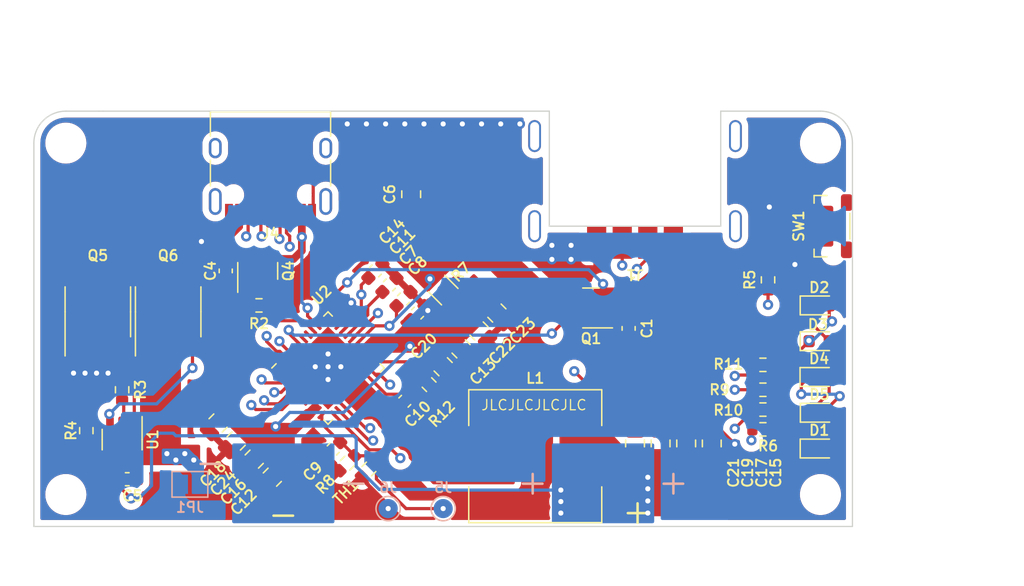
<source format=kicad_pcb>
(kicad_pcb (version 20211014) (generator pcbnew)
  (layers (0 "F.Cu" signal) (1 "In1.Cu" signal) (2 "In2.Cu" signal) (31 "B.Cu" signal) (34 "B.Paste" user) (35 "F.Paste" user) (36 "B.SilkS" user "B.Silkscreen") (37 "F.SilkS" user "F.Silkscreen") (38 "B.Mask" user) (39 "F.Mask" user) (44 "Edge.Cuts" user))
  (net 0 "")
  (net 1 "GND")
  (net 2 "/VBAT-")
  (net 3 "/VBAT")
  (net 4 "/VIN")
  (net 5 "/VBUS")
  (net 6 "/VMID")
  (net 7 "/NTC")
  (net 8 "/BST")
  (net 9 "Net-(C10-Pad2)")
  (net 10 "/VREG")
  (net 11 "Net-(D1-Pad2)")
  (net 12 "/L3")
  (net 13 "Net-(D2-Pad2)")
  (net 14 "Net-(D4-Pad2)")
  (net 15 "/USBA1_N")
  (net 16 "/USBA1_P")
  (net 17 "/CC1")
  (net 18 "/USBC_P")
  (net 19 "/USBC_N")
  (net 21 "/CC2")
  (net 24 "/VOUT1G")
  (net 25 "/VBUSG")
  (net 26 "/DFET")
  (net 27 "Net-(Q5-Pad5)")
  (net 28 "/CFET")
  (net 29 "Net-(R3-Pad2)")
  (net 30 "Net-(R4-Pad1)")
  (net 31 "/KEY")
  (net 32 "Net-(R5-Pad2)")
  (net 33 "/LIGHT")
  (net 34 "/L2")
  (net 35 "/L1")
  (net 36 "/RSET")
  (net 38 "/USBA2_P")
  (net 39 "/USBB_N")
  (net 40 "/USBB_P")
  (net 41 "/VING")
  (net 42 "/VOUT2")
  (net 43 "/VOUT2G")
  (net 44 "/VOUT1")
  (net 45 "/USBA2_N")
  (net 46 "/VSYS")
  (footprint "MountingHole:MountingHole_2.2mm_M2" (layer "F.Cu") (at 102.5 72.5)
    (fp_text reference "H3" hide)
    (fp_text value "MountingHole")
  )
  (footprint "Capacitor_SMD:C_0603_1608Metric" (layer "F.Cu") (at 123.4 96.45 -135)
    (fp_text reference "C9")
    (fp_text value "100nF")
  )
  (footprint "Capacitor_SMD:C_0603_1608Metric" (layer "F.Cu") (at 115 82.5 -90)
    (fp_text reference "C4")
    (fp_text value "10uF")
  )
  (footprint "Capacitor_SMD:C_0805_2012Metric" (layer "F.Cu") (at 115.814214 95.814214 -135)
    (fp_text reference "C24")
    (fp_text value "22uF")
  )
  (footprint "Resistor_SMD:R_1206_3216Metric" (layer "F.Cu") (at 132 84 -45)
    (fp_text reference "R7")
    (fp_text value "0.01")
  )
  (footprint "Package_SO:SOIC-8_3.9x4.9mm_P1.27mm" (layer "F.Cu") (at 105 85.7 90)
    (fp_text reference "Q5")
    (fp_text value "IRF7832")
  )
  (footprint "Resistor_SMD:R_0603_1608Metric" (layer "F.Cu") (at 106.9 91.8 -90)
    (fp_text reference "R3")
    (fp_text value "2k")
  )
  (footprint "MountingHole:MountingHole_2.2mm_M2" (layer "F.Cu") (at 161.5 72.5)
    (fp_text reference "H1" hide)
    (fp_text value "MountingHole")
  )
  (footprint "MountingHole:MountingHole_2.2mm_M2" (layer "F.Cu") (at 102.5 100)
    (fp_text reference "H4" hide)
    (fp_text value "MountingHole")
  )
  (footprint "Capacitor_SMD:C_0603_1608Metric" (layer "F.Cu") (at 127.8 83.6 45)
    (fp_text reference "C11")
    (fp_text value "2.2uF")
  )
  (footprint "Capacitor_SMD:C_0805_2012Metric" (layer "F.Cu") (at 132 90 -45)
    (fp_text reference "C20")
    (fp_text value "22uF")
  )
  (footprint "Resistor_SMD:R_0603_1608Metric" (layer "F.Cu") (at 124.5 97.55 -135)
    (fp_text reference "R8")
    (fp_text value "82k(1%)")
  )
  (footprint "Capacitor_SMD:C_0805_2012Metric" (layer "F.Cu") (at 118.642641 98.642641 -135)
    (fp_text reference "C12")
    (fp_text value "22uF")
  )
  (footprint "Package_TO_SOT_SMD:SOT-23" (layer "F.Cu") (at 143.5625 85.4 180)
    (fp_text reference "Q1")
    (fp_text value "RU207C")
  )
  (footprint "Resistor_SMD:R_0603_1608Metric" (layer "F.Cu") (at 126.2 98 -135)
    (fp_text reference "TH1")
    (fp_text value "100k@25C 4250K")
  )
  (footprint "LED_SMD:LED_0603_1608Metric" (layer "F.Cu") (at 161.4125 93.6)
    (fp_text reference "D5")
    (fp_text value "BLUE")
  )
  (footprint "LED_SMD:LED_0603_1608Metric" (layer "F.Cu") (at 161.4 96.4)
    (fp_text reference "D1")
    (fp_text value "GREEN")
  )
  (footprint "HUCONN-Connector_USB:USB_A_FEMALE_905-662A203S10200" (layer "F.Cu") (at 147 74.5 180)
    (fp_text reference "J1")
    (fp_text value "USB_A")
  )
  (footprint "Package_TO_SOT_SMD:SOT-23-6" (layer "F.Cu") (at 106.9 95.7 -90)
    (fp_text reference "U1")
    (fp_text value "S-8261ABJMD-G3JT2S")
  )
  (footprint "Package_TO_SOT_SMD:SOT-23" (layer "F.Cu") (at 117.5 82.5 90)
    (fp_text reference "Q4")
    (fp_text value "RU20P7C")
  )
  (footprint "Capacitor_SMD:C_0805_2012Metric" (layer "F.Cu") (at 153 96 90)
    (fp_text reference "C15")
    (fp_text value "22uF")
  )
  (footprint "Resistor_SMD:R_0603_1608Metric" (layer "F.Cu") (at 157.4 83.2 90)
    (fp_text reference "R5")
    (fp_text value "1k")
  )
  (footprint "LED_SMD:LED_0603_1608Metric" (layer "F.Cu") (at 161.387501 90.8)
    (fp_text reference "D4")
    (fp_text value "BLUE")
  )
  (footprint "Button_Switch_SMD:SW_Push_1P1T-MP_NO_Horizontal_Alps_SKRTLAE010" (layer "F.Cu") (at 162.5 79 90)
    (fp_text reference "SW1")
    (fp_text value "SW_Push")
  )
  (footprint "Capacitor_SMD:C_0603_1608Metric" (layer "F.Cu") (at 107.3 98.8)
    (fp_text reference "C5")
    (fp_text value "100nF")
  )
  (footprint "Capacitor_SMD:C_0805_2012Metric" (layer "F.Cu") (at 114.4 94.4 -135)
    (fp_text reference "C18")
    (fp_text value "22uF")
  )
  (footprint "Capacitor_SMD:C_0805_2012Metric" (layer "F.Cu") (at 129.5 76.5 90)
    (fp_text reference "C6")
    (fp_text value "22uF")
  )
  (footprint "Capacitor_SMD:C_0805_2012Metric" (layer "F.Cu") (at 134.8 87.2 -45)
    (fp_text reference "C22")
    (fp_text value "22uF")
  )
  (footprint "Resistor_SMD:R_0603_1608Metric" (layer "F.Cu") (at 157 93.35)
    (fp_text reference "R10")
    (fp_text value "100")
  )
  (footprint "Capacitor_SMD:C_0603_1608Metric" (layer "F.Cu") (at 130 85.8 45)
    (fp_text reference "C8")
    (fp_text value "100nF")
  )
  (footprint "Capacitor_SMD:C_0805_2012Metric" (layer "F.Cu") (at 136.2 85.8 -45)
    (fp_text reference "C23")
    (fp_text value "22uF")
  )
  (footprint "Resistor_SMD:R_0603_1608Metric" (layer "F.Cu") (at 104.1 95 -90)
    (fp_text reference "R4")
    (fp_text value "470")
  )
  (footprint "Capacitor_SMD:C_0603_1608Metric" (layer "F.Cu") (at 128.9 84.7 45)
    (fp_text reference "C7")
    (fp_text value "100nF")
  )
  (footprint "Resistor_SMD:R_0603_1608Metric" (layer "F.Cu") (at 157 94.9)
    (fp_text reference "R6")
    (fp_text value "100")
  )
  (footprint "LED_SMD:LED_0603_1608Metric" (layer "F.Cu") (at 161.4 85.2)
    (fp_text reference "D2")
    (fp_text value "BLUE")
  )
  (footprint "Resistor_SMD:R_0603_1608Metric" (layer "F.Cu") (at 130.9 91.4 -45)
    (fp_text reference "R12")
    (fp_text value "110k")
  )
  (footprint "Capacitor_SMD:C_0603_1608Metric" (layer "F.Cu") (at 146.5 87 -90)
    (fp_text reference "C1")
    (fp_text value "10uF")
  )
  (footprint "Capacitor_SMD:C_0805_2012Metric" (layer "F.Cu") (at 149 96 90)
    (fp_text reference "C19")
    (fp_text value "22uF")
  )
  (footprint "Package_SO:SOIC-8_3.9x4.9mm_P1.27mm" (layer "F.Cu") (at 110.5 85.7 90)
    (fp_text reference "Q6")
    (fp_text value "IRF7832")
  )
  (footprint "LED_SMD:LED_0603_1608Metric" (layer "F.Cu") (at 161.4 88)
    (fp_text reference "D3")
    (fp_text value "BLUE")
  )
  (footprint "Resistor_SMD:R_0603_1608Metric" (layer "F.Cu") (at 157 91.8)
    (fp_text reference "R9")
    (fp_text value "100")
  )
  (footprint "Capacitor_SMD:C_0805_2012Metric" (layer "F.Cu") (at 151 96 90)
    (fp_text reference "C17")
    (fp_text value "22uF")
  )
  (footprint "Resistor_SMD:R_0603_1608Metric" (layer "F.Cu") (at 157 89.85 180)
    (fp_text reference "R11")
    (fp_text value "NC")
  )
  (footprint "Resistor_SMD:R_0603_1608Metric" (layer "F.Cu") (at 117.6 85.2 180)
    (fp_text reference "R2")
    (fp_text value "10k")
  )
  (footprint "Capacitor_SMD:C_0805_2012Metric" (layer "F.Cu") (at 147 96 90)
    (fp_text reference "C21")
    (fp_text value "22uF")
  )
  (footprint "MountingHole:MountingHole_2.2mm_M2" (layer "F.Cu") (at 161.5 100)
    (fp_text reference "H2" hide)
    (fp_text value "MountingHole")
  )
  (footprint "Capacitor_SMD:C_0603_1608Metric" (layer "F.Cu") (at 126.7 82.5 45)
    (fp_text reference "C14")
    (fp_text value "2.2uF")
  )
  (footprint "Connector_USB:USB_C_Receptacle_HRO_TYPE-C-31-M-12" (layer "F.Cu") (at 118.5 73.94 180)
    (fp_text reference "J4")
    (fp_text value "USB_C_Receptacle_USB2.0")
  )
  (footprint "Package_DFN_QFN:QFN-40-1EP_6x6mm_P0.5mm_EP4.6x4.6mm" (layer "F.Cu") (at 123 90.1 45)
    (fp_text reference "U2")
    (fp_text value "IP5328P")
  )
  (footprint "Capacitor_SMD:C_0805_2012Metric" (layer "F.Cu") (at 133.4 88.6 -45)
    (fp_text reference "C13")
    (fp_text value "22uF")
  )
  (footprint "Capacitor_SMD:C_0603_1608Metric" (layer "F.Cu") (at 129 92.7 -135)
    (fp_text reference "C10")
    (fp_text value "100nF")
  )
  (footprint "Inductor_SMD:L_Wuerth_HCI-1050" (layer "F.Cu") (at 139.2 97)
    (fp_text reference "L1")
    (fp_text value "2.2uH")
  )
  (footprint "Capacitor_SMD:C_0805_2012Metric" (layer "F.Cu") (at 117.228427 97.228427 -135)
    (fp_text reference "C16")
    (fp_text value "22uF")
  )
  (footprint "Jumper:SolderJumper-2_P1.3mm_Open_Pad1.0x1.5mm" (layer "B.Cu") (at 112.2 99.2)
    (fp_text reference "JP1")
    (fp_text value "SolderJumper_2_Open")
  )
  (footprint "TestPoint:TestPoint_Pad_D1.5mm" (layer "B.Cu") (at 127.7 101.1 180)
    (fp_text reference "J6")
    (fp_text value "Pad")
  )
  (footprint "TestPoint:TestPoint_Pad_D1.5mm" (layer "B.Cu") (at 132 101.1 180)
    (fp_text reference "J5")
    (fp_text value "Pad")
  )
  (gr_line (start 100 102.5) (end 100 72.5) (layer "Edge.Cuts") (width 0.1))
  (gr_line (start 105.1 70) (end 105.4 70) (layer "Edge.Cuts") (width 0.1))
  (gr_line (start 164 102.5) (end 100 102.5) (layer "Edge.Cuts") (width 0.1))
  (gr_line (start 153.7 79) (end 153.7 70) (layer "Edge.Cuts") (width 0.1))
  (gr_line (start 105.4 70) (end 113.7 70) (layer "Edge.Cuts") (width 0.1))
  (gr_line (start 140.3 79) (end 153.7 79) (layer "Edge.Cuts") (width 0.1))
  (gr_line (start 153.7 70) (end 161.5 70) (layer "Edge.Cuts") (width 0.1))
  (gr_line (start 164 72.5) (end 164 102.5) (layer "Edge.Cuts") (width 0.1))
  (gr_line (start 105.1 70) (end 105.1 70) (layer "Edge.Cuts") (width 0.1))
  (gr_line (start 113.7 70) (end 140.3 70) (layer "Edge.Cuts") (width 0.1))
  (gr_arc (start 100 72.5) (mid 100.732233 70.732233) (end 102.5 70) (layer "Edge.Cuts") (width 0.1))
  (gr_line (start 105.1 70) (end 105.1 70) (layer "Edge.Cuts") (width 0.1))
  (gr_line (start 102.5 70) (end 105.1 70) (layer "Edge.Cuts") (width 0.1))
  (gr_line (start 140.3 70) (end 140.3 79) (layer "Edge.Cuts") (width 0.1))
  (gr_arc (start 161.5 70) (mid 163.267767 70.732233) (end 164 72.5) (layer "Edge.Cuts") (width 0.1))
  (gr_text "-" (at 113.8 97.45) (layer "B.SilkS") (effects (font (size 2 2) (thickness 0.2)) (justify mirror)))
  (gr_text "+" (at 139 99) (layer "B.SilkS") (effects (font (size 2 2) (thickness 0.2)) (justify mirror)))
  (gr_text "+" (at 150 99) (layer "B.SilkS") (effects (font (size 2 2) (thickness 0.2)) (justify mirror)))
  (gr_text "-" (at 125 99) (layer "B.SilkS") (effects (font (size 2 2) (thickness 0.2)) (justify mirror)))
  (gr_text "-" (at 119.5 101.5) (layer "F.SilkS") (effects (font (size 2 2) (thickness 0.2))))
  (gr_text "+" (at 147.2 101.3) (layer "F.SilkS") (effects (font (size 2 2) (thickness 0.2))))
  (gr_text "JLCJLCJLCJLC" (at 139.1 93) (layer "F.SilkS") (effects (font (size 0.8 0.8) (thickness 0.1))))
  (segment (start 160 80.5) (end 159.5 81) (width 0.25) (layer "F.Cu") (net 1))
  (segment (start 124.8 85.825126) (end 124.8 85) (width 0.25) (layer "F.Cu") (net 1))
  (segment (start 153 95.05) (end 153.8 95.05) (width 0.25) (layer "F.Cu") (net 1))
  (segment (start 114 80.2) (end 113.1 80.2) (width 0.25) (layer "F.Cu") (net 1))
  (segment (start 160.275 80.225) (end 160 80.5) (width 0.25) (layer "F.Cu") (net 1))
  (segment (start 157.775 77.775) (end 157.5 77.5) (width 0.25) (layer "F.Cu") (net 1))
  (segment (start 121.75 77.985) (end 121.840021 77.894979) (width 0.25) (layer "F.Cu") (net 1))
  (segment (start 161.6 77.775) (end 157.775 77.775) (width 0.25) (layer "F.Cu") (net 1))
  (segment (start 121.840021 75.759979) (end 122 75.6) (width 0.25) (layer "F.Cu") (net 1))
  (segment (start 115.25 78.95) (end 114 80.2) (width 0.25) (layer "F.Cu") (net 1))
  (segment (start 159.5 81) (end 159.5 82) (width 0.25) (layer "F.Cu") (net 1))
  (segment (start 121.840021 77.894979) (end 121.840021 75.759979) (width 0.25) (layer "F.Cu") (net 1))
  (segment (start 115.25 77.985) (end 115.25 78.95) (width 0.25) (layer "F.Cu") (net 1))
  (segment (start 153.8 95.05) (end 154.8 96.05) (width 0.25) (layer "F.Cu") (net 1))
  (segment (start 123.839689 86.785437) (end 124.8 85.825126) (width 0.25) (layer "F.Cu") (net 1))
  (segment (start 161.6 80.225) (end 160.275 80.225) (width 0.25) (layer "F.Cu") (net 1))
  (via (at 124 90) (size 0.8) (drill 0.4) (layers "F.Cu" "B.Cu") (net 1))
  (via (at 126 71) (size 0.8) (drill 0.4) (layers "F.Cu" "B.Cu") (net 1))
  (via (at 142 81.6) (size 0.8) (drill 0.4) (layers "F.Cu" "B.Cu") (net 1))
  (via (at 133.5 71) (size 0.8) (drill 0.4) (layers "F.Cu" "B.Cu") (net 1))
  (via (at 103.1 90.5) (size 0.8) (drill 0.4) (layers "F.Cu" "B.Cu") (net 1))
  (via (at 124.8 85) (size 0.8) (drill 0.4) (layers "F.Cu" "B.Cu") (net 1))
  (via (at 157.5 77.5) (size 0.8) (drill 0.4) (layers "F.Cu" "B.Cu") (net 1))
  (via (at 113.1 80.2) (size 0.8) (drill 0.4) (layers "F.Cu" "B.Cu") (net 1))
  (via (at 124.5 71) (size 0.8) (drill 0.4) (layers "F.Cu" "B.Cu") (net 1))
  (via (at 136.5 71) (size 0.8) (drill 0.4) (layers "F.Cu" "B.Cu") (net 1))
  (via (at 127.5 71) (size 0.8) (drill 0.4) (layers "F.Cu" "B.Cu") (net 1))
  (via (at 123 89) (size 0.8) (drill 0.4) (layers "F.Cu" "B.Cu") (net 1))
  (via (at 154.8 96.05) (size 0.8) (drill 0.4) (layers "F.Cu" "B.Cu") (net 1))
  (via (at 122 90) (size 0.8) (drill 0.4) (layers "F.Cu" "B.Cu") (net 1))
  (via (at 127.7 101.1) (size 0.8) (drill 0.4) (layers "F.Cu" "B.Cu") (net 1))
  (via (at 123 91) (size 0.8) (drill 0.4) (layers "F.Cu" "B.Cu") (net 1))
  (via (at 140.5 80.5) (size 0.8) (drill 0.4) (layers "F.Cu" "B.Cu") (net 1))
  (via (at 130.8 85.6) (size 0.8) (drill 0.4) (layers "F.Cu" "B.Cu") (net 1))
  (via (at 138 71) (size 0.8) (drill 0.4) (layers "F.Cu" "B.Cu") (net 1))
  (via (at 104 90.5) (size 0.8) (drill 0.4) (layers "F.Cu" "B.Cu") (net 1))
  (via (at 105.8 90.5) (size 0.8) (drill 0.4) (layers "F.Cu" "B.Cu") (net 1))
  (via (at 135 71) (size 0.8) (drill 0.4) (layers "F.Cu" "B.Cu") (net 1))
  (via (at 142 80.5) (size 0.8) (drill 0.4) (layers "F.Cu" "B.Cu") (net 1))
  (via (at 130.5 71) (size 0.8) (drill 0.4) (layers "F.Cu" "B.Cu") (net 1))
  (via (at 129 71) (size 0.8) (drill 0.4) (layers "F.Cu" "B.Cu") (net 1))
  (via (at 159.5 82) (size 0.8) (drill 0.4) (layers "F.Cu" "B.Cu") (net 1))
  (via (at 123 90) (size 0.8) (drill 0.4) (layers "F.Cu" "B.Cu") (net 1))
  (via (at 140.5 81.6) (size 0.8) (drill 0.4) (layers "F.Cu" "B.Cu") (net 1))
  (via (at 104.9 90.5) (size 0.8) (drill 0.4) (layers "F.Cu" "B.Cu") (net 1))
  (via (at 132 71) (size 0.8) (drill 0.4) (layers "F.Cu" "B.Cu") (net 1))
  (segment (start 107.85 98.575) (end 108.075 98.8) (width 0.25) (layer "F.Cu") (net 2))
  (segment (start 107.85 96.8375) (end 107.85 98.575) (width 0.25) (layer "F.Cu") (net 2))
  (via (at 111.8 96.8) (size 0.8) (drill 0.4) (layers "F.Cu" "B.Cu") (net 2))
  (via (at 112.5 97.3) (size 0.8) (drill 0.4) (layers "F.Cu" "B.Cu") (net 2))
  (via (at 111.1 97.3) (size 0.8) (drill 0.4) (layers "F.Cu" "B.Cu") (net 2))
  (via (at 110.4 96.8) (size 0.8) (drill 0.4) (layers "F.Cu" "B.Cu") (net 2))
  (segment (start 142.25 90.35) (end 143.025 91.125) (width 0.25) (layer "F.Cu") (net 3))
  (segment (start 125.6 83.6) (end 126.151992 83.048008) (width 0.25) (layer "F.Cu") (net 3))
  (segment (start 124.193243 87.13899) (end 125.6 85.732233) (width 0.25) (layer "F.Cu") (net 3))
  (segment (start 104.1 96.625) (end 106.275 98.8) (width 0.25) (layer "F.Cu") (net 3))
  (segment (start 143.025 91.125) (end 143.025 97) (width 0.25) (layer "F.Cu") (net 3))
  (segment (start 125.6 85.732233) (end 125.6 84.35) (width 0.25) (layer "F.Cu") (net 3))
  (segment (start 106.525 99.225) (end 106.525 98.8) (width 0.25) (layer "F.Cu") (net 3))
  (segment (start 104.1 95.825) (end 104.1 96.625) (width 0.25) (layer "F.Cu") (net 3))
  (segment (start 106.275 98.8) (end 106.525 98.8) (width 0.25) (layer "F.Cu") (net 3))
  (segment (start 107.6 100.3) (end 106.525 99.225) (width 0.25) (layer "F.Cu") (net 3))
  (segment (start 125.6 84.35) (end 125.6 83.6) (width 0.25) (layer "F.Cu") (net 3))
  (via (at 125.6 84.35) (size 0.8) (drill 0.4) (layers "F.Cu" "B.Cu") (net 3))
  (via (at 148 100.5) (size 0.8) (drill 0.4) (layers "F.Cu" "B.Cu") (net 3))
  (via (at 141.2 100.55) (size 0.8) (drill 0.4) (layers "F.Cu" "B.Cu") (net 3))
  (via (at 142.25 90.35) (size 0.8) (drill 0.4) (layers "F.Cu" "B.Cu") (net 3))
  (via (at 107.6 100.3) (size 0.8) (drill 0.4) (layers "F.Cu" "B.Cu") (net 3))
  (via (at 141.2 99.65) (size 0.8) (drill 0.4) (layers "F.Cu" "B.Cu") (net 3))
  (via (at 148 101.45) (size 0.8) (drill 0.4) (layers "F.Cu" "B.Cu") (net 3))
  (via (at 141.2 101.45) (size 0.8) (drill 0.4) (layers "F.Cu" "B.Cu") (net 3))
  (via (at 148 98.65) (size 0.8) (drill 0.4) (layers "F.Cu" "B.Cu") (net 3))
  (via (at 148 99.55) (size 0.8) (drill 0.4) (layers "F.Cu" "B.Cu") (net 3))
  (segment (start 111.1 95.4) (end 125 95.4) (width 0.25) (layer "B.Cu") (net 3))
  (segment (start 107.6 100.3) (end 108.2 100.3) (width 0.25) (layer "B.Cu") (net 3))
  (segment (start 131.95 99.65) (end 141.2 99.65) (width 0.25) (layer "B.Cu") (net 3))
  (segment (start 108.2 100.3) (end 109.2 99.3) (width 0.25) (layer "B.Cu") (net 3))
  (segment (start 125.2 97.8) (end 127 99.6) (width 0.25) (layer "B.Cu") (net 3))
  (segment (start 125 95.4) (end 125.2 95.6) (width 0.25) (layer "B.Cu") (net 3))
  (segment (start 131.9 99.6) (end 131.95 99.65) (width 0.25) (layer "B.Cu") (net 3))
  (segment (start 109.2 95.8) (end 109.8 95.2) (width 0.25) (layer "B.Cu") (net 3))
  (segment (start 125.2 95.6) (end 125.2 97.8) (width 0.25) (layer "B.Cu") (net 3))
  (segment (start 110.9 95.2) (end 111.1 95.4) (width 0.25) (layer "B.Cu") (net 3))
  (segment (start 109.8 95.2) (end 110.9 95.2) (width 0.25) (layer "B.Cu") (net 3))
  (segment (start 109.2 99.3) (end 109.2 95.8) (width 0.25) (layer "B.Cu") (net 3))
  (segment (start 127 99.6) (end 131.9 99.6) (width 0.25) (layer "B.Cu") (net 3))
  (segment (start 124.5 83.4) (end 123.486136 84.413864) (width 0.25) (layer "F.Cu") (net 4))
  (segment (start 123.486136 84.413864) (end 123.486136 86.431884) (width 0.25) (layer "F.Cu") (net 4))
  (segment (start 144.5 84.45) (end 144.5 83.5245) (width 0.25) (layer "F.Cu") (net 4))
  (via (at 144.5 83.5245) (size 0.8) (drill 0.4) (layers "F.Cu" "B.Cu") (net 4))
  (via (at 124.5 83.4) (size 0.8) (drill 0.4) (layers "F.Cu" "B.Cu") (net 4))
  (segment (start 125.500011 82.399989) (end 124.5 83.4) (width 0.25) (layer "B.Cu") (net 4))
  (segment (start 144.5 83.5245) (end 143.375489 82.399989) (width 0.25) (layer "B.Cu") (net 4))
  (segment (start 143.375489 82.399989) (end 125.500011 82.399989) (width 0.25) (layer "B.Cu") (net 4))
  (segment (start 115 80.083204) (end 116.05 79.033204) (width 0.6) (layer "F.Cu") (net 5))
  (segment (start 116.05 79.033204) (end 116.05 77.985) (width 0.6) (layer "F.Cu") (net 5))
  (segment (start 122.160311 86.785437) (end 121.4 86.025126) (width 0.25) (layer "F.Cu") (net 5))
  (segment (start 120.309602 81.5625) (end 117.5 81.5625) (width 0.6) (layer "F.Cu") (net 5))
  (segment (start 120.95 77.985) (end 120.95 79.85) (width 0.6) (layer "F.Cu") (net 5))
  (segment (start 120.95 80.922102) (end 120.309602 81.5625) (width 0.6) (layer "F.Cu") (net 5))
  (segment (start 115.1625 81.5625) (end 115 81.725) (width 0.6) (layer "F.Cu") (net 5))
  (segment (start 121.4 86.025126) (end 121.4 85.4) (width 0.25) (layer "F.Cu") (net 5))
  (segment (start 115 81.725) (end 115 80.083204) (width 0.6) (layer "F.Cu") (net 5))
  (segment (start 117.5 81.5625) (end 115.1625 81.5625) (width 0.6) (layer "F.Cu") (net 5))
  (segment (start 120.95 79.85) (end 120.95 80.922102) (width 0.6) (layer "F.Cu") (net 5))
  (via (at 120.95 79.85) (size 0.8) (drill 0.4) (layers "F.Cu" "B.Cu") (net 5))
  (via (at 121.4 85.4) (size 0.8) (drill 0.4) (layers "F.Cu" "B.Cu") (net 5))
  (segment (start 120.95 84.95) (end 120.95 79.85) (width 0.25) (layer "B.Cu") (net 5))
  (segment (start 121.4 85.4) (end 120.95 84.95) (width 0.25) (layer "B.Cu") (net 5))
  (segment (start 126.653554 86.8) (end 127.8 86.8) (width 0.25) (layer "F.Cu") (net 6))
  (segment (start 125.253903 88.199651) (end 126.653554 86.8) (width 0.25) (layer "F.Cu") (net 6))
  (segment (start 127.8 86.8) (end 128.351992 86.248008) (width 0.25) (layer "F.Cu") (net 6))
  (segment (start 128.351992 86.248008) (end 128.351992 85.248008) (width 0.25) (layer "F.Cu") (net 6))
  (via (at 127.8 86.8) (size 0.8) (drill 0.4) (layers "F.Cu" "B.Cu") (net 6))
  (via (at 130.965856 83.1245) (size 0.8) (drill 0.4) (layers "F.Cu" "B.Cu") (net 6))
  (segment (start 130.965856 83.634144) (end 130.965856 83.1245) (width 0.25) (layer "B.Cu") (net 6))
  (segment (start 127.8 86.8) (end 130.965856 83.634144) (width 0.25) (layer "B.Cu") (net 6))
  (segment (start 126.783363 98.783363) (end 126.783363 97.416637) (width 0.25) (layer "F.Cu") (net 7))
  (segment (start 124.018718 95.901992) (end 125.083363 96.966637) (width 0.25) (layer "F.Cu") (net 7))
  (segment (start 126.333363 96.966637) (end 126.783363 97.416637) (width 0.25) (layer "F.Cu") (net 7))
  (segment (start 125.083363 96.966637) (end 126.333363 96.966637) (width 0.25) (layer "F.Cu") (net 7))
  (segment (start 132 101.1) (end 129.1 101.1) (width 0.25) (layer "F.Cu") (net 7))
  (segment (start 122.513864 94.467848) (end 123.948008 95.901992) (width 0.25) (layer "F.Cu") (net 7))
  (segment (start 123.948008 95.901992) (end 124.018718 95.901992) (width 0.25) (layer "F.Cu") (net 7))
  (segment (start 129.1 101.1) (end 126.783363 98.783363) (width 0.25) (layer "F.Cu") (net 7))
  (segment (start 122.513864 93.768116) (end 122.513864 94.467848) (width 0.25) (layer "F.Cu") (net 7))
  (via (at 132 101.1) (size 0.8) (drill 0.4) (layers "F.Cu" "B.Cu") (net 7))
  (segment (start 127.526866 92.151992) (end 126.314563 90.939689) (width 0.25) (layer "F.Cu") (net 8))
  (segment (start 129.548008 92.151992) (end 127.526866 92.151992) (width 0.25) (layer "F.Cu") (net 8))
  (segment (start 124.546796 87.492544) (end 126.1 85.93934) (width 0.25) (layer "F.Cu") (net 10))
  (segment (start 126.1 85.3) (end 127.251992 84.148008) (width 0.25) (layer "F.Cu") (net 10))
  (segment (start 126.1 85.93934) (end 126.1 85.3) (width 0.25) (layer "F.Cu") (net 10))
  (segment (start 160.8375 95.05) (end 162.1875 96.4) (width 0.25) (layer "F.Cu") (net 11))
  (segment (start 157.975 95.05) (end 160.8375 95.05) (width 0.25) (layer "F.Cu") (net 11))
  (segment (start 157.825 94.9) (end 157.975 95.05) (width 0.25) (layer "F.Cu") (net 11))
  (segment (start 154.87498 90.64952) (end 157.02548 90.64952) (width 0.25) (layer "F.Cu") (net 12))
  (segment (start 162.2 93.1) (end 163 92.3) (width 0.25) (layer "F.Cu") (net 12))
  (segment (start 160.6125 85.2) (end 160.325386 85.2) (width 0.25) (layer "F.Cu") (net 12))
  (segment (start 160.6125 85.2) (end 160.6125 86.425) (width 0.25) (layer "F.Cu") (net 12))
  (segment (start 162.2 93.6) (end 162.2 93.1) (width 0.25) (layer "F.Cu") (net 12))
  (segment (start 160 92.15) (end 160 91.400001) (width 0.25) (layer "F.Cu") (net 12))
  (segment (start 162.1875 89.212501) (end 162.1875 88) (width 0.25) (layer "F.Cu") (net 12))
  (segment (start 157.825 87.700386) (end 157.825 89.85) (width 0.25) (layer "F.Cu") (net 12))
  (segment (start 157.02548 90.64952) (end 157.825 89.85) (width 0.25) (layer "F.Cu") (net 12))
  (segment (start 160 91.400001) (end 160.600001 90.8) (width 0.25) (layer "F.Cu") (net 12))
  (segment (start 160.325386 85.2) (end 157.825 87.700386) (width 0.25) (layer "F.Cu") (net 12))
  (segment (start 154.8 90.7245) (end 154.87498 90.64952) (width 0.25) (layer "F.Cu") (net 12))
  (segment (start 126.288689 94.803443) (end 125.935676 94.803443) (width 0.25) (layer "F.Cu") (net 12))
  (segment (start 160.6125 86.425) (end 162.1875 88) (width 0.25) (layer "F.Cu") (net 12))
  (segment (start 125.935676 94.803443) (end 124.193243 93.06101) (width 0.25) (layer "F.Cu") (net 12))
  (segment (start 160.600001 90.8) (end 162.1875 89.212501) (width 0.25) (layer "F.Cu") (net 12))
  (via (at 154.8 90.7245) (size 0.8) (drill 0.4) (layers "F.Cu" "B.Cu") (net 12))
  (via (at 126.288689 94.803443) (size 0.8) (drill 0.4) (layers "F.Cu" "B.Cu") (net 12))
  (via (at 163 92.3) (size 0.8) (drill 0.4) (layers "F.Cu" "B.Cu") (net 12))
  (via (at 160 92.15) (size 0.8) (drill 0.4) (layers "F.Cu" "B.Cu") (net 12))
  (segment (start 163 92.3) (end 162.85 92.15) (width 0.25) (layer "B.Cu") (net 12))
  (segment (start 162.85 92.15) (end 160 92.15) (width 0.25) (layer "B.Cu") (net 12))
  (segment (start 158.5 91.8) (end 157.825 91.8) (width 0.25) (layer "F.Cu") (net 13))
  (segment (start 159.837981 88.774519) (end 159.837981 90.462019) (width 0.25) (layer "F.Cu") (net 13))
  (segment (start 159.837981 90.462019) (end 158.5 91.8) (width 0.25) (layer "F.Cu") (net 13))
  (segment (start 160.6125 88) (end 159.837981 88.774519) (width 0.25) (layer "F.Cu") (net 13))
  (segment (start 160.6 87.95) (end 160.6 87.9875) (width 0.25) (layer "F.Cu") (net 13))
  (segment (start 162.1875 86.2375) (end 162.4 86.45) (width 0.25) (layer "F.Cu") (net 13))
  (segment (start 160.6 87.9875) (end 160.6125 88) (width 0.25) (layer "F.Cu") (net 13))
  (segment (start 162.1875 85.2) (end 162.1875 86.2375) (width 0.25) (layer "F.Cu") (net 13))
  (via (at 162.4 86.45) (size 0.8) (drill 0.4) (layers "F.Cu" "B.Cu") (net 13))
  (via (at 160.6 87.95) (size 0.8) (drill 0.4) (layers "F.Cu" "B.Cu") (net 13))
  (segment (start 160.6 87.95) (end 160.9 87.95) (width 0.25) (layer "B.Cu") (net 13))
  (segment (start 160.9 87.95) (end 162.4 86.45) (width 0.25) (layer "B.Cu") (net 13))
  (segment (start 162.175001 90.8) (end 162.175001 92.049999) (width 0.25) (layer "F.Cu") (net 14))
  (segment (start 158.075 93.6) (end 160.625 93.6) (width 0.25) (layer "F.Cu") (net 14))
  (segment (start 162.175001 92.049999) (end 160.625 93.6) (width 0.25) (layer "F.Cu") (net 14))
  (segment (start 157.825 93.35) (end 158.075 93.6) (width 0.25) (layer "F.Cu") (net 14))
  (segment (start 148 81.5) (end 147.15 82.35) (width 0.25) (layer "F.Cu") (net 15))
  (segment (start 119.2 88) (end 119.2 88.067767) (width 0.25) (layer "F.Cu") (net 15))
  (segment (start 119.2 88.067767) (end 120.03899 88.906757) (width 0.25) (layer "F.Cu") (net 15))
  (segment (start 148 80.3) (end 148 81.5) (width 0.25) (layer "F.Cu") (net 15))
  (via (at 119.2 88) (size 0.8) (drill 0.4) (layers "F.Cu" "B.Cu") (net 15))
  (via (at 147.15 82.35) (size 0.8) (drill 0.4) (layers "F.Cu" "B.Cu") (net 15))
  (segment (start 146 82.0755) (end 146 80.3) (width 0.25) (layer "F.Cu") (net 16))
  (segment (start 118.2 88.024614) (end 118.975386 88.8) (width 0.25) (layer "F.Cu") (net 16))
  (segment (start 118.975386 88.8) (end 119.225126 88.8) (width 0.25) (layer "F.Cu") (net 16))
  (segment (start 119.225126 88.8) (end 119.685437 89.260311) (width 0.25) (layer "F.Cu") (net 16))
  (segment (start 118.2 87.6) (end 118.2 88.024614) (width 0.25) (layer "F.Cu") (net 16))
  (via (at 146 82.0755) (size 0.8) (drill 0.4) (layers "F.Cu" "B.Cu") (net 16))
  (via (at 118.2 87.6) (size 0.8) (drill 0.4) (layers "F.Cu" "B.Cu") (net 16))
  (segment (start 117.8 91) (end 118.064837 91.264837) (width 0.25) (layer "F.Cu") (net 17))
  (segment (start 119.360289 91.264837) (end 119.685437 90.939689) (width 0.25) (layer "F.Cu") (net 17))
  (segment (start 119.75 77.985) (end 119.75 79.525386) (width 0.25) (layer "F.Cu") (net 17))
  (segment (start 118.064837 91.264837) (end 119.360289 91.264837) (width 0.25) (layer "F.Cu") (net 17))
  (segment (start 120 79.775386) (end 120 80.6) (width 0.25) (layer "F.Cu") (net 17))
  (segment (start 119.75 79.525386) (end 120 79.775386) (width 0.25) (layer "F.Cu") (net 17))
  (via (at 117.8 91) (size 0.8) (drill 0.4) (layers "F.Cu" "B.Cu") (net 17))
  (via (at 120 80.6) (size 0.8) (drill 0.4) (layers "F.Cu" "B.Cu") (net 17))
  (segment (start 117.75 77.985) (end 117.75 76.960978) (width 0.25) (layer "F.Cu") (net 18))
  (segment (start 117 93) (end 117.35048 93.35048) (width 0.25) (layer "F.Cu") (net 18))
  (segment (start 118.735489 76.935489) (end 118.75 76.95) (width 0.25) (layer "F.Cu") (net 18))
  (segment (start 117.35048 93.35048) (end 119.395966 93.35048) (width 0.25) (layer "F.Cu") (net 18))
  (segment (start 117.775489 76.935489) (end 118.735489 76.935489) (width 0.25) (layer "F.Cu") (net 18))
  (segment (start 118.75 76.95) (end 118.75 77.985) (width 0.25) (layer "F.Cu") (net 18))
  (segment (start 117.75 79.75) (end 117.75 77.985) (width 0.25) (layer "F.Cu") (net 18))
  (segment (start 117.8 79.8) (end 117.75 79.75) (width 0.25) (layer "F.Cu") (net 18))
  (segment (start 117.75 76.960978) (end 117.775489 76.935489) (width 0.25) (layer "F.Cu") (net 18))
  (segment (start 119.395966 93.35048) (end 120.746097 92.000349) (width 0.25) (layer "F.Cu") (net 18))
  (via (at 117.8 79.8) (size 0.8) (drill 0.4) (layers "F.Cu" "B.Cu") (net 18))
  (via (at 117 93) (size 0.8) (drill 0.4) (layers "F.Cu" "B.Cu") (net 18))
  (segment (start 118.25 78.959022) (end 118.300489 79.009511) (width 0.2) (layer "F.Cu") (net 19))
  (segment (start 119.25 79.95) (end 119.2 80) (width 0.25) (layer "F.Cu") (net 19))
  (segment (start 118.27498 92.90096) (end 119.13838 92.90096) (width 0.25) (layer "F.Cu") (net 19))
  (segment (start 118 92.62598) (end 118.27498 92.90096) (width 0.25) (layer "F.Cu") (net 19))
  (segment (start 119.13838 92.90096) (end 120.392544 91.646796) (width 0.25) (layer "F.Cu") (net 19))
  (segment (start 119.090489 79.009511) (end 119.25 78.85) (width 0.2) (layer "F.Cu") (net 19))
  (segment (start 119.25 77.985) (end 119.25 79.95) (width 0.25) (layer "F.Cu") (net 19))
  (segment (start 118.25 77.985) (end 118.25 78.959022) (width 0.2) (layer "F.Cu") (net 19))
  (segment (start 119.25 78.85) (end 119.25 77.985) (width 0.2) (layer "F.Cu") (net 19))
  (segment (start 118.300489 79.009511) (end 119.090489 79.009511) (width 0.2) (layer "F.Cu") (net 19))
  (via (at 119.2 80) (size 0.8) (drill 0.4) (layers "F.Cu" "B.Cu") (net 19))
  (via (at 118 92.62598) (size 0.8) (drill 0.4) (layers "F.Cu" "B.Cu") (net 19))
  (segment (start 116.75 79.65) (end 116.75 77.985) (width 0.25) (layer "F.Cu") (net 21))
  (segment (start 119.332233 92) (end 120.03899 91.293243) (width 0.25) (layer "F.Cu") (net 21))
  (segment (start 116.6 79.8) (end 116.75 79.65) (width 0.25) (layer "F.Cu") (net 21))
  (segment (start 118.8 92) (end 119.332233 92) (width 0.25) (layer "F.Cu") (net 21))
  (via (at 116.6 79.8) (size 0.8) (drill 0.4) (layers "F.Cu" "B.Cu") (net 21))
  (via (at 118.8 92) (size 0.8) (drill 0.4) (layers "F.Cu" "B.Cu") (net 21))
  (segment (start 141.55 86.35) (end 140.5 87.4) (width 0.25) (layer "F.Cu") (net 24))
  (segment (start 120.746097 88.199651) (end 119.9245 87.378054) (width 0.25) (layer "F.Cu") (net 24))
  (segment (start 119.9245 87.378054) (end 119.9245 87.1245) (width 0.25) (layer "F.Cu") (net 24))
  (segment (start 144.5 86.35) (end 141.55 86.35) (width 0.25) (layer "F.Cu") (net 24))
  (segment (start 119.9245 87.1245) (end 120.1 87.3) (width 0.25) (layer "F.Cu") (net 24))
  (via (at 119.9245 87.1245) (size 0.8) (drill 0.4) (layers "F.Cu" "B.Cu") (net 24))
  (via (at 140.5 87.4) (size 0.8) (drill 0.4) (layers "F.Cu" "B.Cu") (net 24))
  (segment (start 140.375489 87.524511) (end 120.324511 87.524511) (width 0.25) (layer "B.Cu") (net 24))
  (segment (start 120.324511 87.524511) (end 119.9245 87.1245) (width 0.25) (layer "B.Cu") (net 24))
  (segment (start 140.5 87.4) (end 140.375489 87.524511) (width 0.25) (layer "B.Cu") (net 24))
  (segment (start 116.55 84.975) (end 116.775 85.2) (width 0.25) (layer "F.Cu") (net 25))
  (segment (start 116.55 83.4375) (end 116.55 84.975) (width 0.25) (layer "F.Cu") (net 25))
  (segment (start 121.806757 87.13899) (end 121.067767 86.4) (width 0.25) (layer "F.Cu") (net 25))
  (segment (start 117.975 86.4) (end 116.775 85.2) (width 0.25) (layer "F.Cu") (net 25))
  (segment (start 121.067767 86.4) (end 117.975 86.4) (width 0.25) (layer "F.Cu") (net 25))
  (segment (start 107.85 94.5625) (end 107.85 89.12) (width 0.25) (layer "F.Cu") (net 26))
  (segment (start 107.85 89.12) (end 106.905 88.175) (width 0.25) (layer "F.Cu") (net 26))
  (segment (start 105.95 93.75) (end 105.95 94.5625) (width 0.25) (layer "F.Cu") (net 28))
  (segment (start 112.4 88.18) (end 112.405 88.175) (width 0.25) (layer "F.Cu") (net 28))
  (segment (start 105.9 93.7) (end 105.95 93.75) (width 0.25) (layer "F.Cu") (net 28))
  (segment (start 112.4 90.1) (end 112.4 88.18) (width 0.25) (layer "F.Cu") (net 28))
  (via (at 112.4 90.1) (size 0.8) (drill 0.4) (layers "F.Cu" "B.Cu") (net 28))
  (via (at 105.9 93.7) (size 0.8) (drill 0.4) (layers "F.Cu" "B.Cu") (net 28))
  (segment (start 106.7 92.9) (end 109.6 92.9) (width 0.25) (layer "B.Cu") (net 28))
  (segment (start 109.6 92.9) (end 112.4 90.1) (width 0.25) (layer "B.Cu") (net 28))
  (segment (start 105.9 93.7) (end 106.7 92.9) (width 0.25) (layer "B.Cu") (net 28))
  (segment (start 107.024511 92.749511) (end 106.9 92.625) (width 0.25) (layer "F.Cu") (net 29))
  (segment (start 106.9 94.5625) (end 107.024511 94.437989) (width 0.25) (layer "F.Cu") (net 29))
  (segment (start 107.024511 94.437989) (end 107.024511 92.749511) (width 0.25) (layer "F.Cu") (net 29))
  (segment (start 105.77548 95.85048) (end 106.55048 95.85048) (width 0.25) (layer "F.Cu") (net 30))
  (segment (start 106.55048 95.85048) (end 106.9 96.2) (width 0.25) (layer "F.Cu") (net 30))
  (segment (start 106.9 96.2) (end 106.9 96.8375) (width 0.25) (layer "F.Cu") (net 30))
  (segment (start 104.1 94.175) (end 105.77548 95.85048) (width 0.25) (layer "F.Cu") (net 30))
  (segment (start 124.900349 87.799651) (end 124.900349 87.846097) (width 0.25) (layer "F.Cu") (net 31))
  (segment (start 126.9 85.8) (end 124.900349 87.799651) (width 0.25) (layer "F.Cu") (net 31))
  (segment (start 157.4 85.15) (end 157.4 84.025) (width 0.25) (layer "F.Cu") (net 31))
  (via (at 157.4 85.15) (size 0.8) (drill 0.4) (layers "F.Cu" "B.Cu") (net 31))
  (via (at 126.9 85.8) (size 0.8) (drill 0.4) (layers "F.Cu" "B.Cu") (net 31))
  (segment (start 157.4 82.375) (end 157.4 80.6) (width 0.25) (layer "F.Cu") (net 32))
  (segment (start 157.4 80.6) (end 159 79) (width 0.25) (layer "F.Cu") (net 32))
  (segment (start 159 79) (end 161.6 79) (width 0.25) (layer "F.Cu") (net 32))
  (segment (start 126.668116 90.586136) (end 127.036136 90.586136) (width 0.25) (layer "F.Cu") (net 33))
  (segment (start 127.036136 90.586136) (end 127.85 91.4) (width 0.25) (layer "F.Cu") (net 33))
  (segment (start 156.1 94.975) (end 156.175 94.9) (width 0.25) (layer "F.Cu") (net 33))
  (segment (start 156.1 95.75) (end 156.1 94.975) (width 0.25) (layer "F.Cu") (net 33))
  (via (at 127.85 91.4) (size 0.8) (drill 0.4) (layers "F.Cu" "B.Cu") (net 33))
  (via (at 156.1 95.75) (size 0.8) (drill 0.4) (layers "F.Cu" "B.Cu") (net 33))
  (segment (start 154.8 91.8) (end 156.175 91.8) (width 0.25) (layer "F.Cu") (net 34))
  (segment (start 126.200626 95.7755) (end 123.839689 93.414563) (width 0.25) (layer "F.Cu") (net 34))
  (segment (start 126.521309 95.7755) (end 126.200626 95.7755) (width 0.25) (layer "F.Cu") (net 34))
  (via (at 126.521309 95.7755) (size 0.8) (drill 0.4) (layers "F.Cu" "B.Cu") (net 34))
  (via (at 154.8 91.8) (size 0.8) (drill 0.4) (layers "F.Cu" "B.Cu") (net 34))
  (segment (start 156.175 93.35) (end 156.175 93.475) (width 0.25) (layer "F.Cu") (net 35))
  (segment (start 128 96.5) (end 126.21802 96.5) (width 0.25) (layer "F.Cu") (net 35))
  (segment (start 128.65 97.15) (end 128 96.5) (width 0.25) (layer "F.Cu") (net 35))
  (segment (start 156.175 93.475) (end 154.8 94.85) (width 0.25) (layer "F.Cu") (net 35))
  (segment (start 126.21802 96.5) (end 123.486136 93.768116) (width 0.25) (layer "F.Cu") (net 35))
  (via (at 128.65 97.15) (size 0.8) (drill 0.4) (layers "F.Cu" "B.Cu") (net 35))
  (via (at 154.8 94.85) (size 0.8) (drill 0.4) (layers "F.Cu" "B.Cu") (net 35))
  (segment (start 126.668116 89.613864) (end 129.113864 89.613864) (width 0.25) (layer "F.Cu") (net 36))
  (segment (start 129.113864 89.613864) (end 130.316637 90.816637) (width 0.25) (layer "F.Cu") (net 36))
  (segment (start 125.607456 88.553204) (end 126.56066 87.6) (width 0.25) (layer "F.Cu") (net 46))
  (segment (start 120.25 97.035282) (end 119.314392 97.97089) (width 0.25) (layer "F.Cu") (net 46))
  (segment (start 128.2 87.6) (end 129.451992 86.348008) (width 0.25) (layer "F.Cu") (net 46))
  (segment (start 120.25 95.324874) (end 120.25 97.035282) (width 0.25) (layer "F.Cu") (net 46))
  (segment (start 121.806757 93.06101) (end 120.983883 93.883883) (width 0.25) (layer "F.Cu") (net 46))
  (segment (start 122.160311 93.414563) (end 120.25 95.324874) (width 0.25) (layer "F.Cu") (net 46))
  (segment (start 126.56066 87.6) (end 128.2 87.6) (width 0.25) (layer "F.Cu") (net 46))
  (segment (start 116.093502 94.75) (end 115.071751 93.728249) (width 0.25) (layer "F.Cu") (net 46))
  (segment (start 120.117767 94.75) (end 116.093502 94.75) (width 0.25) (layer "F.Cu") (net 46))
  (segment (start 120.983883 93.883883) (end 120.117767 94.75) (width 0.25) (layer "F.Cu") (net 46))
  (via (at 129.4 88.4) (size 0.8) (drill 0.4) (layers "F.Cu" "B.Cu") (net 46))
  (via (at 118.9 94.6755) (size 0.8) (drill 0.4) (layers "F.Cu" "B.Cu") (net 46))
  (segment (start 124.2245 93.5755) (end 129.4 88.4) (width 0.25) (layer "B.Cu") (net 46))
  (segment (start 118.9 94.6755) (end 120 93.5755) (width 0.25) (layer "B.Cu") (net 46))
  (segment (start 120 93.5755) (end 124.2245 93.5755) (width 0.25) (layer "B.Cu") (net 46))
  (zone (net 27) (net_name "Net-(Q5-Pad5)") (layer "F.Cu") (priority 1) (connect_pads yes (clearance 0.254)) (min_thickness 0.254) (fill yes (thermal_gap 0.508) (thermal_bridge_width 0.508))
    (polygon (pts (xy 112.7 84.2) (xy 102.7 84.2) (xy 102.7 82.2) (xy 112.7 82.2)))
  )
  (zone (net 46) (net_name "/VSYS") (layer "F.Cu") (priority 1) (connect_pads yes (clearance 0.254)) (min_thickness 0.254) (fill yes (thermal_gap 0.508) (thermal_bridge_width 0.508))
    (polygon (pts (xy 136.7 85) (xy 131.4 90.3) (xy 130 88.9) (xy 126.9 88.9) (xy 126.1 89.7) (xy 125.2 88.8) (xy 126.5 87.5) (xy 128.1 87.5) (xy 128.8 86.8) (xy 128.6 86.5) (xy 129.5 85.8) (xy 130.2 86.45) (xy 130.9 86.25) (xy 131.95 85.15) (xy 134.4 82.7)))
  )
  (zone (net 9) (net_name "Net-(C10-Pad2)") (layer "F.Cu") (priority 1) (connect_pads yes (clearance 0.254)) (min_thickness 0.254) (fill yes (thermal_gap 0.508) (thermal_bridge_width 0.508))
    (polygon (pts (xy 127.55 92.65) (xy 128.45 92.65) (xy 130.7 94.85) (xy 137.55 94.9) (xy 137.6 99.2) (xy 131.2 99.2) (xy 126.45 94.1) (xy 125.85 94.15) (xy 124.2 92.5) (xy 125.75 90.95)))
  )
  (zone (net 6) (net_name "/VMID") (layer "F.Cu") (priority 1) (connect_pads yes (clearance 0.254)) (min_thickness 0.254) (fill yes (thermal_gap 0.508) (thermal_bridge_width 0.508))
    (polygon (pts (xy 136.2 79.9) (xy 140.3 83.8) (xy 143.3 83.8) (xy 143.3 86) (xy 139.2 86) (xy 135.6 82.4) (xy 132.6 82.4) (xy 130.8 84.2) (xy 127.4 80.8) (xy 126.2 80.4) (xy 120.8 85.8) (xy 118 85.8) (xy 118 82.8) (xy 119.8 82.8) (xy 123.4 79) (xy 124.8 76.8) (xy 133.2 76.8)))
  )
  (zone (net 4) (net_name "/VIN") (layer "F.Cu") (priority 1) (connect_pads yes (clearance 0.254)) (min_thickness 0.254) (fill yes (thermal_gap 0.508) (thermal_bridge_width 0.508))
    (polygon (pts (xy 150.75 82.3) (xy 147.3 85.5) (xy 147.3 86.8) (xy 145.7 86.8) (xy 145.7 84.95) (xy 143.75 84.95) (xy 143.75 83.8) (xy 146.6 83.8) (xy 149.25 81.6) (xy 149.25 79) (xy 150.75 79)))
  )
  (zone (net 1) (net_name "GND") (layers F&B.Cu) (connect_pads (clearance 0.508)) (min_thickness 0.254) (fill yes (thermal_gap 0.508) (thermal_bridge_width 0.508))
    (polygon (pts (xy 164 102.5) (xy 100 102.5) (xy 100 70) (xy 140.3 70) (xy 164 70)))
  )
  (zone (net 2) (net_name "/VBAT-") (layer "F.Cu") (priority 1) (connect_pads yes (clearance 0.254)) (min_thickness 0.254) (fill yes (thermal_gap 0.508) (thermal_bridge_width 0.508))
    (polygon (pts (xy 113 97.7) (xy 107.5 97.7) (xy 107.5 96.1) (xy 113 96.1)))
  )
  (zone (net 46) (net_name "/VSYS") (layer "F.Cu") (priority 1) (connect_pads yes (clearance 0.254)) (min_thickness 0.254) (fill yes (thermal_gap 0.508) (thermal_bridge_width 0.508))
    (polygon (pts (xy 122.55 93.25) (xy 120.4 95.4) (xy 120.4 98) (xy 119.5 98.9) (xy 114.2 93.6) (xy 115 92.8) (xy 116.8 94.35) (xy 120.1 94.4) (xy 121.95 92.65)))
  )
  (zone (net 2) (net_name "/VBAT-") (layer "F.Cu") (priority 1) (connect_pads yes (clearance 0.254)) (min_thickness 0.254) (fill yes (thermal_gap 0.508) (thermal_bridge_width 0.508))
    (polygon (pts (xy 111.5 97.7) (xy 108.3 97.7) (xy 108.3 87.2) (xy 111.5 87.2)))
  )
  (zone (net 3) (net_name "/VBAT") (layer "F.Cu") (priority 1) (connect_pads yes (clearance 0.254)) (min_thickness 0.254) (fill yes (thermal_gap 0.508) (thermal_bridge_width 0.508))
    (polygon (pts (xy 146.3 96.45) (xy 153.75 96.45) (xy 153.75 101.7) (xy 141.1 101.7) (xy 141.1 95) (xy 144.95 95)))
  )
  (zone (net 1) (net_name "GND") (layer "F.Cu") (priority 1) (connect_pads yes (clearance 0.254)) (min_thickness 0.254) (fill yes (thermal_gap 0.508) (thermal_bridge_width 0.508))
    (polygon (pts (xy 106 90) (xy 102.8 90) (xy 102.8 87.2) (xy 106 87.2)))
  )
  (zone (net 2) (net_name "/VBAT-") (layer "B.Cu") (priority 1) (connect_pads yes (clearance 0.254)) (min_thickness 0.254) (fill yes (thermal_gap 0.508) (thermal_bridge_width 0.508))
    (polygon (pts (xy 115.95 99.95) (xy 112.35 99.95) (xy 112.35 98.45) (xy 115.95 98.45)))
  )
  (zone (net 2) (net_name "/VBAT-") (layer "B.Cu") (priority 1) (connect_pads (clearance 0.254)) (min_thickness 0.254) (fill yes (thermal_gap 0.508) (thermal_bridge_width 0.508))
    (polygon (pts (xy 115.5 102.5) (xy 123.5 102.5) (xy 123.5 96) (xy 115.5 96)))
  )
  (zone (net 3) (net_name "/VBAT") (layer "B.Cu") (priority 1) (connect_pads (clearance 0.254)) (min_thickness 0.254) (fill yes (thermal_gap 0.508) (thermal_bridge_width 0.508))
    (polygon (pts (xy 140.5 102.5) (xy 148.5 102.5) (xy 148.5 96) (xy 140.5 96)))
  )
  (zone (net 2) (net_name "/VBAT-") (layer "B.Cu") (priority 1) (connect_pads yes (clearance 0.254)) (min_thickness 0.254) (fill yes (thermal_gap 0.508) (thermal_bridge_width 0.508))
    (polygon (pts (xy 113.3 97.6) (xy 113.3 99.9) (xy 112.4 99.9) (xy 112.4 98.5) (xy 111.5 97.6) (xy 110 97.6) (xy 110 96.4) (xy 112.1 96.4)))
  )
)
</source>
